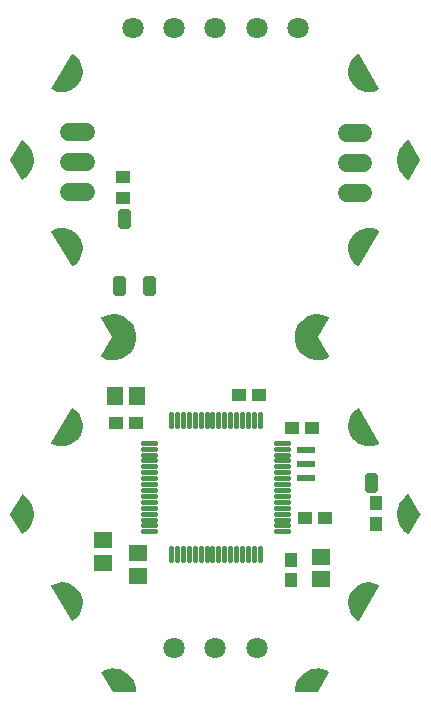
<source format=gbr>
G04 EAGLE Gerber RS-274X export*
G75*
%MOMM*%
%FSLAX34Y34*%
%LPD*%
%INSoldermask Bottom*%
%IPPOS*%
%AMOC8*
5,1,8,0,0,1.08239X$1,22.5*%
G01*
%ADD10R,1.101600X1.201600*%
%ADD11R,1.401600X1.601600*%
%ADD12R,1.501597X0.501600*%
%ADD13R,1.201600X1.101600*%
%ADD14R,1.601600X1.401600*%
%ADD15C,0.605878*%
%ADD16C,1.801600*%
%ADD17C,1.524000*%
%ADD18C,1.101600*%
%ADD19C,0.401600*%

G36*
X317239Y382935D02*
X317239Y382935D01*
X317286Y382933D01*
X320324Y383298D01*
X320356Y383309D01*
X320402Y383314D01*
X323342Y384162D01*
X323372Y384178D01*
X323418Y384190D01*
X326184Y385499D01*
X326206Y385516D01*
X326233Y385526D01*
X326285Y385575D01*
X326343Y385618D01*
X326357Y385643D01*
X326378Y385662D01*
X326407Y385728D01*
X326443Y385790D01*
X326446Y385818D01*
X326458Y385844D01*
X326459Y385916D01*
X326468Y385987D01*
X326460Y386014D01*
X326461Y386043D01*
X326425Y386138D01*
X326414Y386178D01*
X326407Y386187D01*
X326403Y386199D01*
X317046Y402450D01*
X326403Y418701D01*
X326412Y418728D01*
X326428Y418752D01*
X326443Y418822D01*
X326466Y418890D01*
X326463Y418918D01*
X326469Y418946D01*
X326456Y419017D01*
X326450Y419088D01*
X326437Y419113D01*
X326431Y419141D01*
X326391Y419201D01*
X326358Y419264D01*
X326336Y419282D01*
X326320Y419306D01*
X326237Y419364D01*
X326205Y419391D01*
X326194Y419394D01*
X326184Y419401D01*
X323418Y420710D01*
X323385Y420718D01*
X323342Y420738D01*
X320402Y421586D01*
X320368Y421589D01*
X320324Y421602D01*
X317286Y421967D01*
X317252Y421964D01*
X317205Y421970D01*
X314148Y421843D01*
X314115Y421835D01*
X314068Y421834D01*
X311071Y421218D01*
X311040Y421205D01*
X310994Y421196D01*
X308134Y420107D01*
X308106Y420089D01*
X308062Y420073D01*
X305414Y418539D01*
X305388Y418517D01*
X305348Y418494D01*
X302980Y416556D01*
X302958Y416529D01*
X302922Y416500D01*
X300895Y414207D01*
X300879Y414178D01*
X300847Y414143D01*
X299215Y411555D01*
X299203Y411523D01*
X299178Y411484D01*
X297982Y408667D01*
X297975Y408634D01*
X297972Y408627D01*
X297968Y408621D01*
X297967Y408615D01*
X297956Y408591D01*
X297228Y405619D01*
X297226Y405585D01*
X297215Y405540D01*
X296972Y402490D01*
X296976Y402461D01*
X296971Y402433D01*
X296973Y402423D01*
X296972Y402410D01*
X297215Y399360D01*
X297224Y399328D01*
X297228Y399281D01*
X297956Y396309D01*
X297971Y396278D01*
X297982Y396233D01*
X299178Y393416D01*
X299197Y393388D01*
X299215Y393345D01*
X300847Y390757D01*
X300871Y390733D01*
X300895Y390693D01*
X302922Y388400D01*
X302949Y388380D01*
X302980Y388344D01*
X305348Y386406D01*
X305378Y386390D01*
X305414Y386361D01*
X308062Y384828D01*
X308094Y384817D01*
X308134Y384793D01*
X310994Y383705D01*
X311027Y383699D01*
X311071Y383682D01*
X314068Y383066D01*
X314102Y383066D01*
X314148Y383057D01*
X317205Y382930D01*
X317239Y382935D01*
G37*
G36*
X145592Y383057D02*
X145592Y383057D01*
X145625Y383065D01*
X145672Y383066D01*
X148669Y383682D01*
X148700Y383695D01*
X148746Y383705D01*
X151606Y384793D01*
X151635Y384811D01*
X151678Y384828D01*
X154326Y386361D01*
X154352Y386383D01*
X154393Y386406D01*
X156760Y388344D01*
X156782Y388371D01*
X156818Y388400D01*
X158845Y390693D01*
X158862Y390722D01*
X158893Y390757D01*
X160525Y393345D01*
X160537Y393377D01*
X160562Y393416D01*
X161758Y396233D01*
X161765Y396266D01*
X161784Y396309D01*
X162512Y399281D01*
X162514Y399315D01*
X162525Y399360D01*
X162768Y402410D01*
X162764Y402439D01*
X162769Y402467D01*
X162767Y402477D01*
X162768Y402490D01*
X162525Y405540D01*
X162516Y405572D01*
X162512Y405619D01*
X161784Y408591D01*
X161769Y408622D01*
X161758Y408667D01*
X160562Y411484D01*
X160543Y411512D01*
X160525Y411555D01*
X158893Y414143D01*
X158869Y414167D01*
X158845Y414207D01*
X156818Y416500D01*
X156791Y416520D01*
X156760Y416556D01*
X154393Y418494D01*
X154362Y418510D01*
X154326Y418539D01*
X151678Y420073D01*
X151646Y420083D01*
X151606Y420107D01*
X148746Y421196D01*
X148713Y421201D01*
X148669Y421218D01*
X145672Y421834D01*
X145638Y421834D01*
X145592Y421843D01*
X142535Y421970D01*
X142501Y421965D01*
X142454Y421967D01*
X139416Y421602D01*
X139384Y421591D01*
X139338Y421586D01*
X136398Y420738D01*
X136368Y420722D01*
X136323Y420710D01*
X133557Y419401D01*
X133534Y419384D01*
X133507Y419374D01*
X133455Y419325D01*
X133397Y419282D01*
X133383Y419257D01*
X133362Y419238D01*
X133333Y419172D01*
X133297Y419110D01*
X133294Y419082D01*
X133282Y419056D01*
X133281Y418984D01*
X133272Y418913D01*
X133280Y418886D01*
X133280Y418857D01*
X133315Y418762D01*
X133326Y418722D01*
X133333Y418713D01*
X133337Y418701D01*
X142694Y402450D01*
X133337Y386199D01*
X133328Y386172D01*
X133312Y386148D01*
X133297Y386078D01*
X133274Y386010D01*
X133277Y385982D01*
X133271Y385954D01*
X133285Y385884D01*
X133290Y385812D01*
X133303Y385787D01*
X133309Y385759D01*
X133349Y385699D01*
X133382Y385636D01*
X133404Y385618D01*
X133420Y385594D01*
X133503Y385536D01*
X133535Y385509D01*
X133546Y385506D01*
X133557Y385499D01*
X136323Y384190D01*
X136356Y384182D01*
X136398Y384162D01*
X139338Y383314D01*
X139372Y383311D01*
X139416Y383298D01*
X142454Y382933D01*
X142488Y382936D01*
X142535Y382930D01*
X145592Y383057D01*
G37*
G36*
X108477Y462260D02*
X108477Y462260D01*
X108548Y462257D01*
X108575Y462267D01*
X108604Y462269D01*
X108694Y462311D01*
X108734Y462326D01*
X108742Y462334D01*
X108755Y462340D01*
X111058Y463939D01*
X111082Y463965D01*
X111122Y463992D01*
X113131Y465949D01*
X113150Y465978D01*
X113185Y466011D01*
X114844Y468272D01*
X114859Y468303D01*
X114888Y468342D01*
X116152Y470845D01*
X116161Y470879D01*
X116183Y470922D01*
X117019Y473599D01*
X117022Y473633D01*
X117037Y473679D01*
X117420Y476458D01*
X117418Y476492D01*
X117424Y476540D01*
X117345Y479343D01*
X117337Y479377D01*
X117336Y479425D01*
X116797Y482177D01*
X116783Y482209D01*
X116774Y482257D01*
X115789Y484882D01*
X115774Y484907D01*
X115769Y484927D01*
X115761Y484938D01*
X115754Y484957D01*
X114350Y487385D01*
X114327Y487411D01*
X114303Y487453D01*
X112519Y489616D01*
X112492Y489638D01*
X112461Y489675D01*
X110345Y491516D01*
X110315Y491533D01*
X110279Y491565D01*
X107888Y493032D01*
X107856Y493043D01*
X107815Y493069D01*
X105216Y494122D01*
X105182Y494129D01*
X105137Y494147D01*
X102400Y494758D01*
X102365Y494759D01*
X102318Y494770D01*
X99518Y494922D01*
X99484Y494917D01*
X99436Y494920D01*
X96648Y494610D01*
X96615Y494599D01*
X96567Y494594D01*
X93869Y493829D01*
X93839Y493813D01*
X93792Y493800D01*
X91257Y492601D01*
X91233Y492584D01*
X91206Y492574D01*
X91154Y492525D01*
X91097Y492482D01*
X91083Y492457D01*
X91062Y492437D01*
X91033Y492372D01*
X90997Y492311D01*
X90994Y492282D01*
X90982Y492255D01*
X90981Y492184D01*
X90972Y492113D01*
X90980Y492085D01*
X90980Y492056D01*
X91014Y491963D01*
X91026Y491922D01*
X91033Y491913D01*
X91038Y491900D01*
X108038Y462500D01*
X108057Y462478D01*
X108070Y462452D01*
X108123Y462404D01*
X108170Y462351D01*
X108196Y462339D01*
X108218Y462319D01*
X108285Y462296D01*
X108349Y462266D01*
X108378Y462264D01*
X108406Y462255D01*
X108477Y462260D01*
G37*
G36*
X108477Y162260D02*
X108477Y162260D01*
X108548Y162257D01*
X108575Y162267D01*
X108604Y162269D01*
X108694Y162311D01*
X108734Y162326D01*
X108742Y162334D01*
X108755Y162340D01*
X111058Y163939D01*
X111082Y163965D01*
X111122Y163992D01*
X113131Y165949D01*
X113150Y165978D01*
X113185Y166011D01*
X114844Y168272D01*
X114859Y168303D01*
X114888Y168342D01*
X116152Y170845D01*
X116161Y170879D01*
X116183Y170922D01*
X117019Y173599D01*
X117022Y173633D01*
X117037Y173679D01*
X117420Y176458D01*
X117418Y176492D01*
X117424Y176540D01*
X117345Y179343D01*
X117337Y179377D01*
X117336Y179425D01*
X116797Y182177D01*
X116783Y182209D01*
X116774Y182257D01*
X115789Y184882D01*
X115774Y184907D01*
X115769Y184927D01*
X115761Y184938D01*
X115754Y184957D01*
X114350Y187385D01*
X114327Y187411D01*
X114303Y187453D01*
X112519Y189616D01*
X112492Y189638D01*
X112461Y189675D01*
X110345Y191516D01*
X110315Y191533D01*
X110279Y191565D01*
X107888Y193032D01*
X107856Y193043D01*
X107815Y193069D01*
X105216Y194122D01*
X105182Y194129D01*
X105137Y194147D01*
X102400Y194758D01*
X102365Y194759D01*
X102318Y194770D01*
X99518Y194922D01*
X99484Y194917D01*
X99436Y194920D01*
X96648Y194610D01*
X96615Y194599D01*
X96567Y194594D01*
X93869Y193829D01*
X93839Y193813D01*
X93792Y193800D01*
X91257Y192601D01*
X91233Y192584D01*
X91206Y192574D01*
X91154Y192525D01*
X91097Y192482D01*
X91083Y192457D01*
X91062Y192437D01*
X91033Y192372D01*
X90997Y192311D01*
X90994Y192282D01*
X90982Y192255D01*
X90981Y192184D01*
X90972Y192113D01*
X90980Y192085D01*
X90980Y192056D01*
X91014Y191963D01*
X91026Y191922D01*
X91033Y191913D01*
X91038Y191900D01*
X108038Y162500D01*
X108057Y162478D01*
X108070Y162452D01*
X108123Y162404D01*
X108170Y162351D01*
X108196Y162339D01*
X108218Y162319D01*
X108285Y162296D01*
X108349Y162266D01*
X108378Y162264D01*
X108406Y162255D01*
X108477Y162260D01*
G37*
G36*
X360256Y609983D02*
X360256Y609983D01*
X360304Y609980D01*
X363092Y610290D01*
X363125Y610301D01*
X363173Y610306D01*
X365871Y611071D01*
X365901Y611087D01*
X365948Y611100D01*
X368483Y612299D01*
X368507Y612316D01*
X368534Y612326D01*
X368586Y612375D01*
X368643Y612418D01*
X368657Y612443D01*
X368679Y612463D01*
X368707Y612528D01*
X368743Y612590D01*
X368746Y612618D01*
X368758Y612645D01*
X368759Y612716D01*
X368768Y612787D01*
X368760Y612815D01*
X368760Y612844D01*
X368726Y612937D01*
X368714Y612978D01*
X368707Y612987D01*
X368702Y613000D01*
X351702Y642400D01*
X351683Y642422D01*
X351670Y642448D01*
X351617Y642496D01*
X351570Y642549D01*
X351544Y642561D01*
X351522Y642581D01*
X351455Y642604D01*
X351391Y642634D01*
X351362Y642636D01*
X351334Y642645D01*
X351263Y642640D01*
X351192Y642643D01*
X351165Y642633D01*
X351136Y642631D01*
X351046Y642589D01*
X351006Y642574D01*
X350998Y642566D01*
X350985Y642560D01*
X348682Y640961D01*
X348658Y640936D01*
X348618Y640908D01*
X346609Y638951D01*
X346590Y638922D01*
X346555Y638889D01*
X344896Y636628D01*
X344881Y636597D01*
X344852Y636558D01*
X343588Y634055D01*
X343579Y634021D01*
X343557Y633978D01*
X342721Y631301D01*
X342718Y631267D01*
X342703Y631221D01*
X342320Y628442D01*
X342322Y628408D01*
X342316Y628360D01*
X342395Y625557D01*
X342403Y625523D01*
X342404Y625475D01*
X342943Y622723D01*
X342957Y622691D01*
X342966Y622643D01*
X343951Y620018D01*
X343969Y619988D01*
X343986Y619943D01*
X345390Y617515D01*
X345413Y617489D01*
X345437Y617448D01*
X347221Y615284D01*
X347248Y615262D01*
X347279Y615225D01*
X349395Y613384D01*
X349425Y613367D01*
X349461Y613336D01*
X351852Y611868D01*
X351884Y611857D01*
X351925Y611831D01*
X354524Y610778D01*
X354558Y610771D01*
X354603Y610753D01*
X357340Y610142D01*
X357375Y610141D01*
X357422Y610130D01*
X360222Y609978D01*
X360256Y609983D01*
G37*
G36*
X360256Y309983D02*
X360256Y309983D01*
X360304Y309980D01*
X363092Y310290D01*
X363125Y310301D01*
X363173Y310306D01*
X365871Y311071D01*
X365901Y311087D01*
X365948Y311100D01*
X368483Y312299D01*
X368507Y312316D01*
X368534Y312326D01*
X368586Y312375D01*
X368643Y312418D01*
X368657Y312443D01*
X368679Y312463D01*
X368707Y312528D01*
X368743Y312590D01*
X368746Y312618D01*
X368758Y312645D01*
X368759Y312716D01*
X368768Y312787D01*
X368760Y312815D01*
X368760Y312844D01*
X368726Y312937D01*
X368714Y312978D01*
X368707Y312987D01*
X368702Y313000D01*
X351702Y342400D01*
X351683Y342422D01*
X351670Y342448D01*
X351617Y342496D01*
X351570Y342549D01*
X351544Y342561D01*
X351522Y342581D01*
X351455Y342604D01*
X351391Y342634D01*
X351362Y342636D01*
X351334Y342645D01*
X351263Y342640D01*
X351192Y342643D01*
X351165Y342633D01*
X351136Y342631D01*
X351046Y342589D01*
X351006Y342574D01*
X350998Y342566D01*
X350985Y342560D01*
X348682Y340961D01*
X348658Y340936D01*
X348618Y340908D01*
X346609Y338951D01*
X346590Y338922D01*
X346555Y338889D01*
X344896Y336628D01*
X344881Y336597D01*
X344852Y336558D01*
X343588Y334055D01*
X343579Y334021D01*
X343557Y333978D01*
X342721Y331301D01*
X342718Y331267D01*
X342703Y331221D01*
X342320Y328442D01*
X342322Y328408D01*
X342316Y328360D01*
X342395Y325557D01*
X342403Y325523D01*
X342404Y325475D01*
X342943Y322723D01*
X342957Y322691D01*
X342966Y322643D01*
X343951Y320018D01*
X343969Y319988D01*
X343986Y319943D01*
X345390Y317515D01*
X345413Y317489D01*
X345437Y317448D01*
X347221Y315284D01*
X347248Y315262D01*
X347279Y315225D01*
X349395Y313384D01*
X349425Y313367D01*
X349461Y313336D01*
X351852Y311868D01*
X351884Y311857D01*
X351925Y311831D01*
X354524Y310778D01*
X354558Y310771D01*
X354603Y310753D01*
X357340Y310142D01*
X357375Y310141D01*
X357422Y310130D01*
X360222Y309978D01*
X360256Y309983D01*
G37*
G36*
X351296Y462261D02*
X351296Y462261D01*
X351367Y462260D01*
X351394Y462271D01*
X351423Y462275D01*
X351485Y462309D01*
X351550Y462337D01*
X351571Y462358D01*
X351596Y462372D01*
X351659Y462448D01*
X351689Y462479D01*
X351693Y462489D01*
X351702Y462500D01*
X368702Y491900D01*
X368711Y491928D01*
X368728Y491952D01*
X368743Y492021D01*
X368765Y492089D01*
X368763Y492118D01*
X368769Y492146D01*
X368756Y492216D01*
X368750Y492287D01*
X368737Y492313D01*
X368731Y492341D01*
X368691Y492400D01*
X368659Y492463D01*
X368636Y492482D01*
X368620Y492506D01*
X368538Y492563D01*
X368505Y492590D01*
X368495Y492593D01*
X368483Y492601D01*
X365948Y493800D01*
X365914Y493808D01*
X365871Y493829D01*
X363173Y494594D01*
X363138Y494596D01*
X363092Y494610D01*
X360304Y494920D01*
X360270Y494917D01*
X360222Y494922D01*
X357422Y494770D01*
X357388Y494761D01*
X357340Y494758D01*
X354603Y494147D01*
X354571Y494133D01*
X354524Y494122D01*
X351925Y493069D01*
X351896Y493050D01*
X351852Y493032D01*
X349461Y491565D01*
X349436Y491541D01*
X349395Y491516D01*
X347279Y489675D01*
X347258Y489648D01*
X347221Y489616D01*
X345437Y487453D01*
X345421Y487422D01*
X345390Y487385D01*
X343986Y484957D01*
X343975Y484924D01*
X343968Y484911D01*
X343958Y484897D01*
X343958Y484894D01*
X343951Y484882D01*
X342966Y482257D01*
X342960Y482222D01*
X342943Y482177D01*
X342404Y479425D01*
X342404Y479391D01*
X342395Y479343D01*
X342316Y476540D01*
X342322Y476506D01*
X342320Y476458D01*
X342703Y473679D01*
X342715Y473647D01*
X342721Y473599D01*
X343557Y470922D01*
X343574Y470891D01*
X343588Y470845D01*
X344852Y468342D01*
X344874Y468315D01*
X344896Y468272D01*
X346555Y466011D01*
X346581Y465988D01*
X346609Y465949D01*
X348618Y463992D01*
X348647Y463973D01*
X348682Y463939D01*
X350985Y462340D01*
X351012Y462328D01*
X351035Y462310D01*
X351103Y462289D01*
X351168Y462261D01*
X351197Y462261D01*
X351225Y462253D01*
X351296Y462261D01*
G37*
G36*
X351296Y162261D02*
X351296Y162261D01*
X351367Y162260D01*
X351394Y162271D01*
X351423Y162275D01*
X351485Y162309D01*
X351550Y162337D01*
X351571Y162358D01*
X351596Y162372D01*
X351659Y162448D01*
X351689Y162479D01*
X351693Y162489D01*
X351702Y162500D01*
X368702Y191900D01*
X368711Y191928D01*
X368728Y191952D01*
X368743Y192021D01*
X368765Y192089D01*
X368763Y192118D01*
X368769Y192146D01*
X368756Y192216D01*
X368750Y192287D01*
X368737Y192313D01*
X368731Y192341D01*
X368691Y192400D01*
X368659Y192463D01*
X368636Y192482D01*
X368620Y192506D01*
X368538Y192563D01*
X368505Y192590D01*
X368495Y192593D01*
X368483Y192601D01*
X365948Y193800D01*
X365914Y193808D01*
X365871Y193829D01*
X363173Y194594D01*
X363138Y194596D01*
X363092Y194610D01*
X360304Y194920D01*
X360270Y194917D01*
X360222Y194922D01*
X357422Y194770D01*
X357388Y194761D01*
X357340Y194758D01*
X354603Y194147D01*
X354571Y194133D01*
X354524Y194122D01*
X351925Y193069D01*
X351896Y193050D01*
X351852Y193032D01*
X349461Y191565D01*
X349436Y191541D01*
X349395Y191516D01*
X347279Y189675D01*
X347258Y189648D01*
X347221Y189616D01*
X345437Y187453D01*
X345421Y187422D01*
X345390Y187385D01*
X343986Y184957D01*
X343975Y184924D01*
X343968Y184911D01*
X343958Y184897D01*
X343958Y184894D01*
X343951Y184882D01*
X342966Y182257D01*
X342960Y182222D01*
X342943Y182177D01*
X342404Y179425D01*
X342404Y179391D01*
X342395Y179343D01*
X342316Y176540D01*
X342322Y176506D01*
X342320Y176458D01*
X342703Y173679D01*
X342715Y173647D01*
X342721Y173599D01*
X343557Y170922D01*
X343574Y170891D01*
X343588Y170845D01*
X344852Y168342D01*
X344874Y168315D01*
X344896Y168272D01*
X346555Y166011D01*
X346581Y165988D01*
X346609Y165949D01*
X348618Y163992D01*
X348647Y163973D01*
X348682Y163939D01*
X350985Y162340D01*
X351012Y162328D01*
X351035Y162310D01*
X351103Y162289D01*
X351168Y162261D01*
X351197Y162261D01*
X351225Y162253D01*
X351296Y162261D01*
G37*
G36*
X102318Y610130D02*
X102318Y610130D01*
X102352Y610139D01*
X102400Y610142D01*
X105137Y610753D01*
X105169Y610767D01*
X105216Y610778D01*
X107815Y611831D01*
X107844Y611850D01*
X107888Y611868D01*
X110279Y613336D01*
X110304Y613359D01*
X110345Y613384D01*
X112461Y615225D01*
X112482Y615252D01*
X112519Y615284D01*
X114303Y617448D01*
X114319Y617478D01*
X114350Y617515D01*
X115754Y619943D01*
X115765Y619976D01*
X115789Y620018D01*
X116774Y622643D01*
X116780Y622678D01*
X116797Y622723D01*
X117336Y625475D01*
X117336Y625510D01*
X117345Y625557D01*
X117424Y628360D01*
X117419Y628394D01*
X117420Y628442D01*
X117037Y631221D01*
X117025Y631253D01*
X117019Y631301D01*
X116183Y633978D01*
X116166Y634009D01*
X116152Y634055D01*
X114888Y636558D01*
X114866Y636585D01*
X114844Y636628D01*
X113185Y638889D01*
X113159Y638912D01*
X113131Y638951D01*
X111122Y640908D01*
X111093Y640927D01*
X111058Y640961D01*
X108755Y642560D01*
X108728Y642572D01*
X108705Y642590D01*
X108637Y642611D01*
X108572Y642639D01*
X108543Y642639D01*
X108515Y642647D01*
X108444Y642639D01*
X108373Y642640D01*
X108346Y642629D01*
X108317Y642625D01*
X108255Y642591D01*
X108190Y642563D01*
X108169Y642542D01*
X108144Y642528D01*
X108081Y642452D01*
X108051Y642421D01*
X108047Y642411D01*
X108038Y642400D01*
X91038Y613000D01*
X91029Y612972D01*
X91012Y612948D01*
X90997Y612879D01*
X90975Y612811D01*
X90977Y612782D01*
X90971Y612754D01*
X90984Y612684D01*
X90990Y612613D01*
X91003Y612587D01*
X91009Y612559D01*
X91049Y612500D01*
X91081Y612437D01*
X91104Y612418D01*
X91120Y612394D01*
X91202Y612337D01*
X91235Y612310D01*
X91245Y612307D01*
X91257Y612299D01*
X93792Y611100D01*
X93826Y611092D01*
X93869Y611071D01*
X96567Y610306D01*
X96602Y610304D01*
X96648Y610290D01*
X99436Y609980D01*
X99470Y609983D01*
X99518Y609978D01*
X102318Y610130D01*
G37*
G36*
X102318Y310130D02*
X102318Y310130D01*
X102352Y310139D01*
X102400Y310142D01*
X105137Y310753D01*
X105169Y310767D01*
X105216Y310778D01*
X107815Y311831D01*
X107844Y311850D01*
X107888Y311868D01*
X110279Y313336D01*
X110304Y313359D01*
X110345Y313384D01*
X112461Y315225D01*
X112482Y315252D01*
X112519Y315284D01*
X114303Y317448D01*
X114319Y317478D01*
X114350Y317515D01*
X115754Y319943D01*
X115765Y319976D01*
X115789Y320018D01*
X116774Y322643D01*
X116780Y322678D01*
X116797Y322723D01*
X117336Y325475D01*
X117336Y325510D01*
X117345Y325557D01*
X117424Y328360D01*
X117419Y328394D01*
X117420Y328442D01*
X117037Y331221D01*
X117025Y331253D01*
X117019Y331301D01*
X116183Y333978D01*
X116166Y334009D01*
X116152Y334055D01*
X114888Y336558D01*
X114866Y336585D01*
X114844Y336628D01*
X113185Y338889D01*
X113159Y338912D01*
X113131Y338951D01*
X111122Y340908D01*
X111093Y340927D01*
X111058Y340961D01*
X108755Y342560D01*
X108728Y342572D01*
X108705Y342590D01*
X108637Y342611D01*
X108572Y342639D01*
X108543Y342639D01*
X108515Y342647D01*
X108444Y342639D01*
X108373Y342640D01*
X108346Y342629D01*
X108317Y342625D01*
X108255Y342591D01*
X108190Y342563D01*
X108169Y342542D01*
X108144Y342528D01*
X108081Y342452D01*
X108051Y342421D01*
X108047Y342411D01*
X108038Y342400D01*
X91038Y313000D01*
X91029Y312972D01*
X91012Y312948D01*
X90997Y312879D01*
X90975Y312811D01*
X90977Y312782D01*
X90971Y312754D01*
X90984Y312684D01*
X90990Y312613D01*
X91003Y312587D01*
X91009Y312559D01*
X91049Y312500D01*
X91081Y312437D01*
X91104Y312418D01*
X91120Y312394D01*
X91202Y312337D01*
X91235Y312310D01*
X91245Y312307D01*
X91257Y312299D01*
X93792Y311100D01*
X93826Y311092D01*
X93869Y311071D01*
X96567Y310306D01*
X96602Y310304D01*
X96648Y310290D01*
X99436Y309980D01*
X99470Y309983D01*
X99518Y309978D01*
X102318Y310130D01*
G37*
G36*
X393597Y535461D02*
X393597Y535461D01*
X393668Y535461D01*
X393695Y535472D01*
X393724Y535475D01*
X393786Y535510D01*
X393851Y535538D01*
X393872Y535558D01*
X393897Y535573D01*
X393960Y535650D01*
X393990Y535680D01*
X393994Y535690D01*
X394003Y535701D01*
X403503Y552201D01*
X403513Y552233D01*
X403522Y552246D01*
X403526Y552270D01*
X403527Y552274D01*
X403558Y552344D01*
X403558Y552368D01*
X403566Y552390D01*
X403560Y552466D01*
X403561Y552543D01*
X403551Y552567D01*
X403550Y552588D01*
X403529Y552627D01*
X403503Y552699D01*
X394003Y569199D01*
X393984Y569221D01*
X393971Y569247D01*
X393918Y569295D01*
X393871Y569348D01*
X393845Y569361D01*
X393824Y569380D01*
X393756Y569403D01*
X393692Y569434D01*
X393663Y569436D01*
X393636Y569445D01*
X393564Y569440D01*
X393493Y569443D01*
X393466Y569433D01*
X393437Y569431D01*
X393347Y569389D01*
X393307Y569374D01*
X393299Y569367D01*
X393286Y569361D01*
X390763Y567619D01*
X390739Y567595D01*
X390701Y567568D01*
X388489Y565444D01*
X388470Y565416D01*
X388436Y565384D01*
X386594Y562933D01*
X386580Y562902D01*
X386551Y562865D01*
X385126Y560150D01*
X385117Y560119D01*
X385101Y560094D01*
X385100Y560086D01*
X385095Y560076D01*
X384124Y557168D01*
X384120Y557134D01*
X384105Y557090D01*
X383613Y554063D01*
X383614Y554029D01*
X383606Y553983D01*
X383606Y550917D01*
X383607Y550913D01*
X383607Y550911D01*
X383613Y550884D01*
X383613Y550837D01*
X384105Y547810D01*
X384117Y547779D01*
X384124Y547732D01*
X385095Y544824D01*
X385112Y544795D01*
X385126Y544750D01*
X386551Y542035D01*
X386573Y542009D01*
X386594Y541967D01*
X388436Y539516D01*
X388461Y539493D01*
X388489Y539456D01*
X390701Y537332D01*
X390729Y537314D01*
X390763Y537281D01*
X393286Y535539D01*
X393313Y535528D01*
X393335Y535509D01*
X393404Y535489D01*
X393469Y535461D01*
X393498Y535461D01*
X393526Y535453D01*
X393597Y535461D01*
G37*
G36*
X393597Y235461D02*
X393597Y235461D01*
X393668Y235461D01*
X393695Y235472D01*
X393724Y235475D01*
X393786Y235510D01*
X393851Y235538D01*
X393872Y235558D01*
X393897Y235573D01*
X393960Y235650D01*
X393990Y235680D01*
X393994Y235690D01*
X394003Y235701D01*
X403503Y252201D01*
X403513Y252233D01*
X403522Y252246D01*
X403526Y252270D01*
X403527Y252274D01*
X403558Y252344D01*
X403558Y252368D01*
X403566Y252390D01*
X403560Y252466D01*
X403561Y252543D01*
X403551Y252567D01*
X403550Y252588D01*
X403529Y252627D01*
X403503Y252699D01*
X394003Y269199D01*
X393984Y269221D01*
X393971Y269247D01*
X393918Y269295D01*
X393871Y269348D01*
X393845Y269361D01*
X393824Y269380D01*
X393756Y269403D01*
X393692Y269434D01*
X393663Y269436D01*
X393636Y269445D01*
X393564Y269440D01*
X393493Y269443D01*
X393466Y269433D01*
X393437Y269431D01*
X393347Y269389D01*
X393307Y269374D01*
X393299Y269367D01*
X393286Y269361D01*
X390763Y267619D01*
X390739Y267595D01*
X390701Y267568D01*
X388489Y265444D01*
X388470Y265416D01*
X388436Y265384D01*
X386594Y262933D01*
X386580Y262902D01*
X386551Y262865D01*
X385126Y260150D01*
X385117Y260119D01*
X385101Y260094D01*
X385100Y260086D01*
X385095Y260076D01*
X384124Y257168D01*
X384120Y257134D01*
X384105Y257090D01*
X383613Y254063D01*
X383614Y254029D01*
X383606Y253983D01*
X383606Y250917D01*
X383607Y250913D01*
X383607Y250911D01*
X383613Y250884D01*
X383613Y250837D01*
X384105Y247810D01*
X384117Y247779D01*
X384124Y247732D01*
X385095Y244824D01*
X385112Y244795D01*
X385126Y244750D01*
X386551Y242035D01*
X386573Y242009D01*
X386594Y241967D01*
X388436Y239516D01*
X388461Y239493D01*
X388489Y239456D01*
X390701Y237332D01*
X390729Y237314D01*
X390763Y237281D01*
X393286Y235539D01*
X393313Y235528D01*
X393335Y235509D01*
X393404Y235489D01*
X393469Y235461D01*
X393498Y235461D01*
X393526Y235453D01*
X393597Y235461D01*
G37*
G36*
X66176Y535460D02*
X66176Y535460D01*
X66247Y535457D01*
X66274Y535467D01*
X66303Y535469D01*
X66393Y535511D01*
X66433Y535526D01*
X66441Y535533D01*
X66454Y535539D01*
X68977Y537281D01*
X69001Y537305D01*
X69039Y537332D01*
X71251Y539456D01*
X71270Y539484D01*
X71304Y539516D01*
X73146Y541967D01*
X73160Y541998D01*
X73189Y542035D01*
X74614Y544750D01*
X74623Y544783D01*
X74645Y544824D01*
X75616Y547732D01*
X75620Y547766D01*
X75635Y547810D01*
X76127Y550837D01*
X76126Y550871D01*
X76134Y550917D01*
X76134Y553983D01*
X76127Y554016D01*
X76127Y554063D01*
X75635Y557090D01*
X75623Y557121D01*
X75616Y557168D01*
X74645Y560076D01*
X74632Y560099D01*
X74626Y560124D01*
X74619Y560133D01*
X74614Y560150D01*
X73189Y562865D01*
X73167Y562891D01*
X73146Y562933D01*
X71304Y565384D01*
X71279Y565407D01*
X71251Y565444D01*
X69039Y567568D01*
X69011Y567586D01*
X68977Y567619D01*
X66454Y569361D01*
X66427Y569372D01*
X66405Y569391D01*
X66336Y569411D01*
X66271Y569439D01*
X66242Y569439D01*
X66214Y569447D01*
X66143Y569439D01*
X66072Y569440D01*
X66045Y569428D01*
X66016Y569425D01*
X65954Y569390D01*
X65889Y569362D01*
X65868Y569342D01*
X65843Y569327D01*
X65780Y569250D01*
X65750Y569220D01*
X65746Y569210D01*
X65737Y569199D01*
X56237Y552699D01*
X56213Y552626D01*
X56182Y552556D01*
X56182Y552532D01*
X56174Y552510D01*
X56181Y552434D01*
X56180Y552357D01*
X56189Y552333D01*
X56190Y552312D01*
X56211Y552273D01*
X56230Y552221D01*
X56231Y552215D01*
X56233Y552213D01*
X56237Y552201D01*
X65737Y535701D01*
X65756Y535679D01*
X65769Y535653D01*
X65822Y535605D01*
X65869Y535552D01*
X65895Y535539D01*
X65917Y535520D01*
X65984Y535497D01*
X66048Y535466D01*
X66077Y535465D01*
X66104Y535455D01*
X66176Y535460D01*
G37*
G36*
X66176Y235460D02*
X66176Y235460D01*
X66247Y235457D01*
X66274Y235467D01*
X66303Y235469D01*
X66393Y235511D01*
X66433Y235526D01*
X66441Y235533D01*
X66454Y235539D01*
X68977Y237281D01*
X69001Y237305D01*
X69039Y237332D01*
X71251Y239456D01*
X71270Y239484D01*
X71304Y239516D01*
X73146Y241967D01*
X73160Y241998D01*
X73189Y242035D01*
X74614Y244750D01*
X74623Y244783D01*
X74645Y244824D01*
X75616Y247732D01*
X75620Y247766D01*
X75635Y247810D01*
X76127Y250837D01*
X76126Y250871D01*
X76134Y250917D01*
X76134Y253983D01*
X76127Y254016D01*
X76127Y254063D01*
X75635Y257090D01*
X75623Y257121D01*
X75616Y257168D01*
X74645Y260076D01*
X74632Y260099D01*
X74626Y260124D01*
X74619Y260133D01*
X74614Y260150D01*
X73189Y262865D01*
X73167Y262891D01*
X73146Y262933D01*
X71304Y265384D01*
X71279Y265407D01*
X71251Y265444D01*
X69039Y267568D01*
X69011Y267586D01*
X68977Y267619D01*
X66454Y269361D01*
X66427Y269372D01*
X66405Y269391D01*
X66336Y269411D01*
X66271Y269439D01*
X66242Y269439D01*
X66214Y269447D01*
X66143Y269439D01*
X66072Y269440D01*
X66045Y269428D01*
X66016Y269425D01*
X65954Y269390D01*
X65889Y269362D01*
X65868Y269342D01*
X65843Y269327D01*
X65780Y269250D01*
X65750Y269220D01*
X65746Y269210D01*
X65737Y269199D01*
X56237Y252699D01*
X56213Y252626D01*
X56182Y252556D01*
X56182Y252532D01*
X56174Y252510D01*
X56181Y252434D01*
X56180Y252357D01*
X56189Y252333D01*
X56190Y252312D01*
X56211Y252273D01*
X56230Y252221D01*
X56231Y252215D01*
X56233Y252213D01*
X56237Y252201D01*
X65737Y235701D01*
X65756Y235679D01*
X65769Y235653D01*
X65822Y235605D01*
X65869Y235552D01*
X65895Y235539D01*
X65917Y235520D01*
X65984Y235497D01*
X66048Y235466D01*
X66077Y235465D01*
X66104Y235455D01*
X66176Y235460D01*
G37*
G36*
X316546Y101966D02*
X316546Y101966D01*
X316624Y101975D01*
X316643Y101986D01*
X316665Y101990D01*
X316729Y102034D01*
X316797Y102073D01*
X316813Y102092D01*
X316829Y102103D01*
X316853Y102141D01*
X316903Y102201D01*
X326403Y118701D01*
X326412Y118728D01*
X326428Y118752D01*
X326443Y118822D01*
X326466Y118890D01*
X326463Y118918D01*
X326469Y118946D01*
X326456Y119017D01*
X326450Y119088D01*
X326437Y119113D01*
X326431Y119141D01*
X326391Y119201D01*
X326358Y119264D01*
X326336Y119282D01*
X326320Y119306D01*
X326237Y119364D01*
X326205Y119391D01*
X326194Y119394D01*
X326184Y119401D01*
X323418Y120710D01*
X323385Y120718D01*
X323342Y120738D01*
X320402Y121586D01*
X320368Y121589D01*
X320324Y121602D01*
X317286Y121967D01*
X317252Y121964D01*
X317205Y121970D01*
X314148Y121843D01*
X314115Y121835D01*
X314068Y121834D01*
X311071Y121218D01*
X311040Y121205D01*
X310994Y121196D01*
X308134Y120107D01*
X308106Y120089D01*
X308062Y120073D01*
X305414Y118539D01*
X305388Y118517D01*
X305348Y118494D01*
X302980Y116556D01*
X302958Y116529D01*
X302922Y116500D01*
X300895Y114207D01*
X300879Y114178D01*
X300847Y114143D01*
X299215Y111555D01*
X299203Y111523D01*
X299178Y111484D01*
X297982Y108667D01*
X297975Y108634D01*
X297972Y108627D01*
X297968Y108621D01*
X297967Y108615D01*
X297956Y108591D01*
X297228Y105619D01*
X297226Y105585D01*
X297215Y105540D01*
X296972Y102490D01*
X296976Y102461D01*
X296971Y102433D01*
X296988Y102364D01*
X296996Y102292D01*
X297011Y102268D01*
X297017Y102240D01*
X297060Y102182D01*
X297096Y102120D01*
X297118Y102103D01*
X297135Y102080D01*
X297197Y102043D01*
X297254Y102000D01*
X297282Y101993D01*
X297306Y101978D01*
X297406Y101962D01*
X297447Y101951D01*
X297457Y101953D01*
X297470Y101951D01*
X316470Y101951D01*
X316546Y101966D01*
G37*
G36*
X162298Y101956D02*
X162298Y101956D01*
X162326Y101954D01*
X162394Y101976D01*
X162465Y101990D01*
X162488Y102006D01*
X162515Y102015D01*
X162570Y102062D01*
X162629Y102103D01*
X162644Y102127D01*
X162666Y102145D01*
X162697Y102210D01*
X162736Y102270D01*
X162741Y102298D01*
X162753Y102324D01*
X162762Y102425D01*
X162769Y102467D01*
X162767Y102477D01*
X162768Y102490D01*
X162525Y105540D01*
X162516Y105572D01*
X162512Y105619D01*
X161784Y108591D01*
X161769Y108622D01*
X161758Y108667D01*
X160562Y111484D01*
X160543Y111512D01*
X160525Y111555D01*
X158893Y114143D01*
X158869Y114167D01*
X158845Y114207D01*
X156818Y116500D01*
X156791Y116520D01*
X156760Y116556D01*
X154393Y118494D01*
X154362Y118510D01*
X154326Y118539D01*
X151678Y120073D01*
X151646Y120083D01*
X151606Y120107D01*
X148746Y121196D01*
X148713Y121201D01*
X148669Y121218D01*
X145672Y121834D01*
X145638Y121834D01*
X145592Y121843D01*
X142535Y121970D01*
X142501Y121965D01*
X142454Y121967D01*
X139416Y121602D01*
X139384Y121591D01*
X139338Y121586D01*
X136398Y120738D01*
X136368Y120722D01*
X136323Y120710D01*
X133557Y119401D01*
X133534Y119384D01*
X133507Y119374D01*
X133455Y119325D01*
X133397Y119282D01*
X133383Y119257D01*
X133362Y119238D01*
X133333Y119172D01*
X133297Y119110D01*
X133294Y119082D01*
X133282Y119056D01*
X133281Y118984D01*
X133272Y118913D01*
X133280Y118886D01*
X133280Y118857D01*
X133315Y118762D01*
X133326Y118722D01*
X133333Y118713D01*
X133337Y118701D01*
X142837Y102201D01*
X142889Y102143D01*
X142935Y102080D01*
X142954Y102069D01*
X142969Y102052D01*
X143039Y102018D01*
X143106Y101978D01*
X143131Y101974D01*
X143148Y101966D01*
X143193Y101964D01*
X143270Y101951D01*
X162270Y101951D01*
X162298Y101956D01*
G37*
D10*
X365470Y261669D03*
X365470Y244669D03*
D11*
X163842Y352307D03*
X144842Y352307D03*
D12*
X306545Y307130D03*
X306545Y295130D03*
X306545Y283130D03*
D13*
X151440Y537702D03*
X151440Y520702D03*
D14*
X318958Y197647D03*
X318958Y216647D03*
X164277Y219441D03*
X164277Y200441D03*
D13*
X163016Y329796D03*
X146016Y329796D03*
D10*
X293873Y197004D03*
X293873Y214004D03*
D13*
X305995Y249354D03*
X322995Y249354D03*
X267184Y353284D03*
X250184Y353284D03*
X294789Y325514D03*
X311789Y325514D03*
D15*
X175961Y441053D02*
X175961Y452011D01*
X175961Y441053D02*
X171003Y441053D01*
X171003Y452011D01*
X175961Y452011D01*
X175961Y446809D02*
X171003Y446809D01*
X145603Y452011D02*
X145603Y441053D01*
X145603Y452011D02*
X150561Y452011D01*
X150561Y441053D01*
X145603Y441053D01*
X145603Y446809D02*
X150561Y446809D01*
X149921Y497187D02*
X149921Y508145D01*
X154879Y508145D01*
X154879Y497187D01*
X149921Y497187D01*
X149921Y502943D02*
X154879Y502943D01*
X359268Y285291D02*
X359268Y274333D01*
X359268Y285291D02*
X364226Y285291D01*
X364226Y274333D01*
X359268Y274333D01*
X359268Y280089D02*
X364226Y280089D01*
D16*
X159870Y664480D03*
X194870Y664480D03*
X229870Y664480D03*
X264870Y664480D03*
X299870Y664480D03*
X264870Y139430D03*
X229870Y139430D03*
X194870Y139430D03*
D17*
X340868Y575310D02*
X355092Y575310D01*
X355092Y549910D02*
X340868Y549910D01*
X340868Y524510D02*
X355092Y524510D01*
X120142Y576580D02*
X105918Y576580D01*
X105918Y551180D02*
X120142Y551180D01*
X120142Y525780D02*
X105918Y525780D01*
D14*
X134620Y211480D03*
X134620Y230480D03*
D18*
X395070Y552450D03*
X307390Y401730D03*
X152350Y401730D03*
X64670Y552450D03*
X353770Y623950D03*
X353770Y480950D03*
X105970Y480950D03*
X105970Y623950D03*
X395070Y252450D03*
X312470Y109350D03*
X147270Y109350D03*
X64670Y252450D03*
X353770Y323950D03*
X353770Y180950D03*
X105970Y180950D03*
X105970Y323950D03*
D19*
X267370Y327090D02*
X267370Y337090D01*
X262370Y337090D02*
X262370Y327090D01*
X257370Y327090D02*
X257370Y337090D01*
X252370Y337090D02*
X252370Y327090D01*
X247370Y327090D02*
X247370Y337090D01*
X242370Y337090D02*
X242370Y327090D01*
X237370Y327090D02*
X237370Y337090D01*
X232370Y337090D02*
X232370Y327090D01*
X227370Y327090D02*
X227370Y337090D01*
X222370Y337090D02*
X222370Y327090D01*
X217370Y327090D02*
X217370Y337090D01*
X212370Y337090D02*
X212370Y327090D01*
X207370Y327090D02*
X207370Y337090D01*
X202370Y337090D02*
X202370Y327090D01*
X197370Y327090D02*
X197370Y337090D01*
X192370Y337090D02*
X192370Y327090D01*
X178370Y313090D02*
X168370Y313090D01*
X168370Y308090D02*
X178370Y308090D01*
X178370Y303090D02*
X168370Y303090D01*
X168370Y298090D02*
X178370Y298090D01*
X178370Y293090D02*
X168370Y293090D01*
X168370Y288090D02*
X178370Y288090D01*
X178370Y283090D02*
X168370Y283090D01*
X168370Y278090D02*
X178370Y278090D01*
X178370Y273090D02*
X168370Y273090D01*
X168370Y268090D02*
X178370Y268090D01*
X178370Y263090D02*
X168370Y263090D01*
X168370Y258090D02*
X178370Y258090D01*
X178370Y253090D02*
X168370Y253090D01*
X168370Y248090D02*
X178370Y248090D01*
X178370Y243090D02*
X168370Y243090D01*
X168370Y238090D02*
X178370Y238090D01*
X192370Y224090D02*
X192370Y214090D01*
X197370Y214090D02*
X197370Y224090D01*
X202370Y224090D02*
X202370Y214090D01*
X207370Y214090D02*
X207370Y224090D01*
X212370Y224090D02*
X212370Y214090D01*
X217370Y214090D02*
X217370Y224090D01*
X222370Y224090D02*
X222370Y214090D01*
X227370Y214090D02*
X227370Y224090D01*
X232370Y224090D02*
X232370Y214090D01*
X237370Y214090D02*
X237370Y224090D01*
X242370Y224090D02*
X242370Y214090D01*
X247370Y214090D02*
X247370Y224090D01*
X252370Y224090D02*
X252370Y214090D01*
X257370Y214090D02*
X257370Y224090D01*
X262370Y224090D02*
X262370Y214090D01*
X267370Y214090D02*
X267370Y224090D01*
X281370Y238090D02*
X291370Y238090D01*
X291370Y243090D02*
X281370Y243090D01*
X281370Y248090D02*
X291370Y248090D01*
X291370Y253090D02*
X281370Y253090D01*
X281370Y258090D02*
X291370Y258090D01*
X291370Y263090D02*
X281370Y263090D01*
X281370Y268090D02*
X291370Y268090D01*
X291370Y273090D02*
X281370Y273090D01*
X281370Y278090D02*
X291370Y278090D01*
X291370Y283090D02*
X281370Y283090D01*
X281370Y288090D02*
X291370Y288090D01*
X291370Y293090D02*
X281370Y293090D01*
X281370Y298090D02*
X291370Y298090D01*
X291370Y303090D02*
X281370Y303090D01*
X281370Y308090D02*
X291370Y308090D01*
X291370Y313090D02*
X281370Y313090D01*
M02*

</source>
